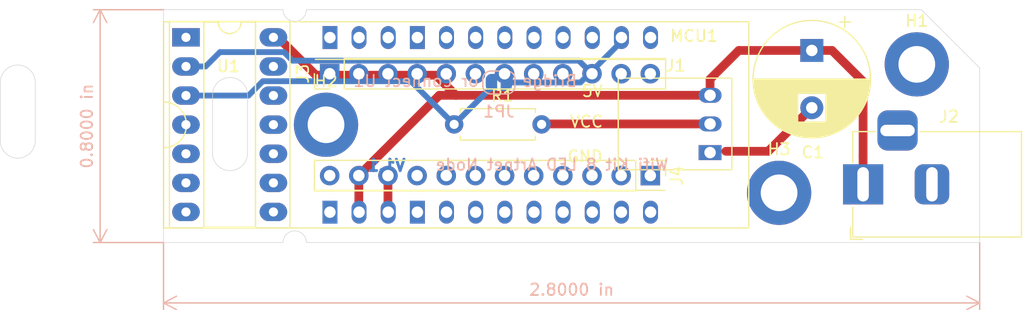
<source format=kicad_pcb>
(kicad_pcb (version 20171130) (host pcbnew "(5.1.4)-1")

  (general
    (thickness 1.6)
    (drawings 22)
    (tracks 43)
    (zones 0)
    (modules 12)
    (nets 28)
  )

  (page A4)
  (layers
    (0 F.Cu signal)
    (31 B.Cu signal)
    (32 B.Adhes user hide)
    (33 F.Adhes user hide)
    (34 B.Paste user hide)
    (35 F.Paste user hide)
    (36 B.SilkS user)
    (37 F.SilkS user)
    (38 B.Mask user)
    (39 F.Mask user)
    (40 Dwgs.User user)
    (41 Cmts.User user)
    (42 Eco1.User user)
    (43 Eco2.User user)
    (44 Edge.Cuts user)
    (45 Margin user)
    (46 B.CrtYd user)
    (47 F.CrtYd user)
    (48 B.Fab user)
    (49 F.Fab user)
  )

  (setup
    (last_trace_width 0.762)
    (user_trace_width 0.254)
    (user_trace_width 0.508)
    (user_trace_width 0.762)
    (trace_clearance 0.2)
    (zone_clearance 0.508)
    (zone_45_only no)
    (trace_min 0.2)
    (via_size 0.8)
    (via_drill 0.4)
    (via_min_size 0.4)
    (via_min_drill 0.3)
    (uvia_size 0.3)
    (uvia_drill 0.1)
    (uvias_allowed no)
    (uvia_min_size 0.2)
    (uvia_min_drill 0.1)
    (edge_width 0.05)
    (segment_width 0.2)
    (pcb_text_width 0.3)
    (pcb_text_size 1.5 1.5)
    (mod_edge_width 0.12)
    (mod_text_size 1 1)
    (mod_text_width 0.15)
    (pad_size 1 0.5)
    (pad_drill 0)
    (pad_to_mask_clearance 0.051)
    (solder_mask_min_width 0.25)
    (aux_axis_origin 0 0)
    (visible_elements 7FFFFFFF)
    (pcbplotparams
      (layerselection 0x010fc_ffffffff)
      (usegerberextensions false)
      (usegerberattributes false)
      (usegerberadvancedattributes false)
      (creategerberjobfile false)
      (excludeedgelayer true)
      (linewidth 0.100000)
      (plotframeref false)
      (viasonmask false)
      (mode 1)
      (useauxorigin false)
      (hpglpennumber 1)
      (hpglpenspeed 20)
      (hpglpendiameter 15.000000)
      (psnegative false)
      (psa4output false)
      (plotreference true)
      (plotvalue true)
      (plotinvisibletext false)
      (padsonsilk false)
      (subtractmaskfromsilk false)
      (outputformat 4)
      (mirror false)
      (drillshape 0)
      (scaleselection 1)
      (outputdirectory "../"))
  )

  (net 0 "")
  (net 1 "Net-(J1-Pad2)")
  (net 2 "Net-(JP1-Pad1)")
  (net 3 /2)
  (net 4 /1)
  (net 5 GND)
  (net 6 /9)
  (net 7 /14)
  (net 8 /5)
  (net 9 /25)
  (net 10 /26)
  (net 11 /24)
  (net 12 /18)
  (net 13 /17)
  (net 14 /19)
  (net 15 /20)
  (net 16 /21)
  (net 17 /7)
  (net 18 /3)
  (net 19 /4)
  (net 20 /16)
  (net 21 /15)
  (net 22 /13)
  (net 23 /12)
  (net 24 /10)
  (net 25 /6)
  (net 26 /8)
  (net 27 /11)

  (net_class Default "This is the default net class."
    (clearance 0.2)
    (trace_width 0.25)
    (via_dia 0.8)
    (via_drill 0.4)
    (uvia_dia 0.3)
    (uvia_drill 0.1)
    (add_net /1)
    (add_net /10)
    (add_net /11)
    (add_net /12)
    (add_net /13)
    (add_net /14)
    (add_net /15)
    (add_net /16)
    (add_net /17)
    (add_net /18)
    (add_net /19)
    (add_net /2)
    (add_net /20)
    (add_net /21)
    (add_net /24)
    (add_net /25)
    (add_net /26)
    (add_net /3)
    (add_net /4)
    (add_net /5)
    (add_net /6)
    (add_net /7)
    (add_net /8)
    (add_net /9)
    (add_net GND)
    (add_net "Net-(J1-Pad2)")
    (add_net "Net-(JP1-Pad1)")
  )

  (module Connector_PinHeader_2.54mm:PinHeader_1x12_P2.54mm_Vertical (layer F.Cu) (tedit 59FED5CC) (tstamp 5DD56D2C)
    (at 202.438 74.168 270)
    (descr "Through hole straight pin header, 1x12, 2.54mm pitch, single row")
    (tags "Through hole pin header THT 1x12 2.54mm single row")
    (path /5DD57026)
    (fp_text reference J4 (at 0 -2.33 90) (layer F.SilkS)
      (effects (font (size 1 1) (thickness 0.15)))
    )
    (fp_text value Conn_01x12 (at 0 30.27 90) (layer F.Fab)
      (effects (font (size 1 1) (thickness 0.15)))
    )
    (fp_text user %R (at 0 13.97) (layer F.Fab)
      (effects (font (size 1 1) (thickness 0.15)))
    )
    (fp_line (start 1.8 -1.8) (end -1.8 -1.8) (layer F.CrtYd) (width 0.05))
    (fp_line (start 1.8 29.75) (end 1.8 -1.8) (layer F.CrtYd) (width 0.05))
    (fp_line (start -1.8 29.75) (end 1.8 29.75) (layer F.CrtYd) (width 0.05))
    (fp_line (start -1.8 -1.8) (end -1.8 29.75) (layer F.CrtYd) (width 0.05))
    (fp_line (start -1.33 -1.33) (end 0 -1.33) (layer F.SilkS) (width 0.12))
    (fp_line (start -1.33 0) (end -1.33 -1.33) (layer F.SilkS) (width 0.12))
    (fp_line (start -1.33 1.27) (end 1.33 1.27) (layer F.SilkS) (width 0.12))
    (fp_line (start 1.33 1.27) (end 1.33 29.27) (layer F.SilkS) (width 0.12))
    (fp_line (start -1.33 1.27) (end -1.33 29.27) (layer F.SilkS) (width 0.12))
    (fp_line (start -1.33 29.27) (end 1.33 29.27) (layer F.SilkS) (width 0.12))
    (fp_line (start -1.27 -0.635) (end -0.635 -1.27) (layer F.Fab) (width 0.1))
    (fp_line (start -1.27 29.21) (end -1.27 -0.635) (layer F.Fab) (width 0.1))
    (fp_line (start 1.27 29.21) (end -1.27 29.21) (layer F.Fab) (width 0.1))
    (fp_line (start 1.27 -1.27) (end 1.27 29.21) (layer F.Fab) (width 0.1))
    (fp_line (start -0.635 -1.27) (end 1.27 -1.27) (layer F.Fab) (width 0.1))
    (pad 12 thru_hole oval (at 0 27.94 270) (size 1.7 1.7) (drill 1) (layers *.Cu *.Mask)
      (net 4 /1))
    (pad 11 thru_hole oval (at 0 25.4 270) (size 1.7 1.7) (drill 1) (layers *.Cu *.Mask)
      (net 3 /2))
    (pad 10 thru_hole oval (at 0 22.86 270) (size 1.7 1.7) (drill 1) (layers *.Cu *.Mask)
      (net 18 /3))
    (pad 9 thru_hole oval (at 0 20.32 270) (size 1.7 1.7) (drill 1) (layers *.Cu *.Mask)
      (net 19 /4))
    (pad 8 thru_hole oval (at 0 17.78 270) (size 1.7 1.7) (drill 1) (layers *.Cu *.Mask)
      (net 20 /16))
    (pad 7 thru_hole oval (at 0 15.24 270) (size 1.7 1.7) (drill 1) (layers *.Cu *.Mask)
      (net 21 /15))
    (pad 6 thru_hole oval (at 0 12.7 270) (size 1.7 1.7) (drill 1) (layers *.Cu *.Mask)
      (net 22 /13))
    (pad 5 thru_hole oval (at 0 10.16 270) (size 1.7 1.7) (drill 1) (layers *.Cu *.Mask)
      (net 23 /12))
    (pad 4 thru_hole oval (at 0 7.62 270) (size 1.7 1.7) (drill 1) (layers *.Cu *.Mask)
      (net 24 /10))
    (pad 3 thru_hole oval (at 0 5.08 270) (size 1.7 1.7) (drill 1) (layers *.Cu *.Mask)
      (net 25 /6))
    (pad 2 thru_hole oval (at 0 2.54 270) (size 1.7 1.7) (drill 1) (layers *.Cu *.Mask)
      (net 26 /8))
    (pad 1 thru_hole rect (at 0 0 270) (size 1.7 1.7) (drill 1) (layers *.Cu *.Mask)
      (net 27 /11))
    (model ${KISYS3DMOD}/Connector_PinHeader_2.54mm.3dshapes/PinHeader_1x12_P2.54mm_Vertical.wrl
      (at (xyz 0 0 0))
      (scale (xyz 1 1 1))
      (rotate (xyz 0 0 0))
    )
  )

  (module Connector_PinHeader_2.54mm:PinHeader_1x12_P2.54mm_Vertical (layer F.Cu) (tedit 59FED5CC) (tstamp 5DD56D0C)
    (at 174.498 65.278 90)
    (descr "Through hole straight pin header, 1x12, 2.54mm pitch, single row")
    (tags "Through hole pin header THT 1x12 2.54mm single row")
    (path /5DD5AB62)
    (fp_text reference J3 (at 0 -2.33 90) (layer F.SilkS)
      (effects (font (size 1 1) (thickness 0.15)))
    )
    (fp_text value Conn_01x12 (at 0 30.27 90) (layer F.Fab)
      (effects (font (size 1 1) (thickness 0.15)))
    )
    (fp_text user %R (at 0 13.97) (layer F.Fab)
      (effects (font (size 1 1) (thickness 0.15)))
    )
    (fp_line (start 1.8 -1.8) (end -1.8 -1.8) (layer F.CrtYd) (width 0.05))
    (fp_line (start 1.8 29.75) (end 1.8 -1.8) (layer F.CrtYd) (width 0.05))
    (fp_line (start -1.8 29.75) (end 1.8 29.75) (layer F.CrtYd) (width 0.05))
    (fp_line (start -1.8 -1.8) (end -1.8 29.75) (layer F.CrtYd) (width 0.05))
    (fp_line (start -1.33 -1.33) (end 0 -1.33) (layer F.SilkS) (width 0.12))
    (fp_line (start -1.33 0) (end -1.33 -1.33) (layer F.SilkS) (width 0.12))
    (fp_line (start -1.33 1.27) (end 1.33 1.27) (layer F.SilkS) (width 0.12))
    (fp_line (start 1.33 1.27) (end 1.33 29.27) (layer F.SilkS) (width 0.12))
    (fp_line (start -1.33 1.27) (end -1.33 29.27) (layer F.SilkS) (width 0.12))
    (fp_line (start -1.33 29.27) (end 1.33 29.27) (layer F.SilkS) (width 0.12))
    (fp_line (start -1.27 -0.635) (end -0.635 -1.27) (layer F.Fab) (width 0.1))
    (fp_line (start -1.27 29.21) (end -1.27 -0.635) (layer F.Fab) (width 0.1))
    (fp_line (start 1.27 29.21) (end -1.27 29.21) (layer F.Fab) (width 0.1))
    (fp_line (start 1.27 -1.27) (end 1.27 29.21) (layer F.Fab) (width 0.1))
    (fp_line (start -0.635 -1.27) (end 1.27 -1.27) (layer F.Fab) (width 0.1))
    (pad 12 thru_hole oval (at 0 27.94 90) (size 1.7 1.7) (drill 1) (layers *.Cu *.Mask)
      (net 6 /9))
    (pad 11 thru_hole oval (at 0 25.4 90) (size 1.7 1.7) (drill 1) (layers *.Cu *.Mask)
      (net 7 /14))
    (pad 10 thru_hole oval (at 0 22.86 90) (size 1.7 1.7) (drill 1) (layers *.Cu *.Mask)
      (net 8 /5))
    (pad 9 thru_hole oval (at 0 20.32 90) (size 1.7 1.7) (drill 1) (layers *.Cu *.Mask)
      (net 9 /25))
    (pad 8 thru_hole oval (at 0 17.78 90) (size 1.7 1.7) (drill 1) (layers *.Cu *.Mask)
      (net 10 /26))
    (pad 7 thru_hole oval (at 0 15.24 90) (size 1.7 1.7) (drill 1) (layers *.Cu *.Mask)
      (net 11 /24))
    (pad 6 thru_hole oval (at 0 12.7 90) (size 1.7 1.7) (drill 1) (layers *.Cu *.Mask)
      (net 12 /18))
    (pad 5 thru_hole oval (at 0 10.16 90) (size 1.7 1.7) (drill 1) (layers *.Cu *.Mask)
      (net 13 /17))
    (pad 4 thru_hole oval (at 0 7.62 90) (size 1.7 1.7) (drill 1) (layers *.Cu *.Mask)
      (net 14 /19))
    (pad 3 thru_hole oval (at 0 5.08 90) (size 1.7 1.7) (drill 1) (layers *.Cu *.Mask)
      (net 15 /20))
    (pad 2 thru_hole oval (at 0 2.54 90) (size 1.7 1.7) (drill 1) (layers *.Cu *.Mask)
      (net 16 /21))
    (pad 1 thru_hole rect (at 0 0 90) (size 1.7 1.7) (drill 1) (layers *.Cu *.Mask)
      (net 17 /7))
    (model ${KISYS3DMOD}/Connector_PinHeader_2.54mm.3dshapes/PinHeader_1x12_P2.54mm_Vertical.wrl
      (at (xyz 0 0 0))
      (scale (xyz 1 1 1))
      (rotate (xyz 0 0 0))
    )
  )

  (module MountingHole:MountingHole_3.2mm_M3_DIN965_Pad (layer F.Cu) (tedit 56D1B4CB) (tstamp 5DD56C86)
    (at 213.66 75.67)
    (descr "Mounting Hole 3.2mm, M3, DIN965")
    (tags "mounting hole 3.2mm m3 din965")
    (path /5DD6A9C8)
    (attr virtual)
    (fp_text reference H3 (at 0 -3.8) (layer F.SilkS)
      (effects (font (size 1 1) (thickness 0.15)))
    )
    (fp_text value MountingHole_Pad (at 0 3.8) (layer F.Fab)
      (effects (font (size 1 1) (thickness 0.15)))
    )
    (fp_circle (center 0 0) (end 3.05 0) (layer F.CrtYd) (width 0.05))
    (fp_circle (center 0 0) (end 2.8 0) (layer Cmts.User) (width 0.15))
    (fp_text user %R (at 0.3 0) (layer F.Fab)
      (effects (font (size 1 1) (thickness 0.15)))
    )
    (pad 1 thru_hole circle (at 0 0) (size 5.6 5.6) (drill 3.2) (layers *.Cu *.Mask)
      (net 5 GND))
  )

  (module MountingHole:MountingHole_3.2mm_M3_DIN965_Pad (layer F.Cu) (tedit 56D1B4CB) (tstamp 5DD5708A)
    (at 174.18 69.73)
    (descr "Mounting Hole 3.2mm, M3, DIN965")
    (tags "mounting hole 3.2mm m3 din965")
    (path /5DD69A5A)
    (attr virtual)
    (fp_text reference H2 (at 0 -3.8) (layer F.SilkS)
      (effects (font (size 1 1) (thickness 0.15)))
    )
    (fp_text value MountingHole_Pad (at 0 3.8) (layer F.Fab)
      (effects (font (size 1 1) (thickness 0.15)))
    )
    (fp_circle (center 0 0) (end 3.05 0) (layer F.CrtYd) (width 0.05))
    (fp_circle (center 0 0) (end 2.8 0) (layer Cmts.User) (width 0.15))
    (fp_text user %R (at 0.3 0) (layer F.Fab)
      (effects (font (size 1 1) (thickness 0.15)))
    )
    (pad 1 thru_hole circle (at 0 0) (size 5.6 5.6) (drill 3.2) (layers *.Cu *.Mask)
      (net 5 GND))
  )

  (module MountingHole:MountingHole_3.2mm_M3_DIN965_Pad (layer F.Cu) (tedit 56D1B4CB) (tstamp 5DD56C76)
    (at 225.66 64.46)
    (descr "Mounting Hole 3.2mm, M3, DIN965")
    (tags "mounting hole 3.2mm m3 din965")
    (path /5DD67206)
    (attr virtual)
    (fp_text reference H1 (at 0 -3.8) (layer F.SilkS)
      (effects (font (size 1 1) (thickness 0.15)))
    )
    (fp_text value MountingHole_Pad (at 0 3.8) (layer F.Fab)
      (effects (font (size 1 1) (thickness 0.15)))
    )
    (fp_circle (center 0 0) (end 3.05 0) (layer F.CrtYd) (width 0.05))
    (fp_circle (center 0 0) (end 2.8 0) (layer Cmts.User) (width 0.15))
    (fp_text user %R (at 0.3 0) (layer F.Fab)
      (effects (font (size 1 1) (thickness 0.15)))
    )
    (pad 1 thru_hole circle (at 0 0) (size 5.6 5.6) (drill 3.2) (layers *.Cu *.Mask)
      (net 5 GND))
  )

  (module Connector_BarrelJack:BarrelJack_Horizontal (layer F.Cu) (tedit 5A1DBF6A) (tstamp 5DC62504)
    (at 220.98 74.93 180)
    (descr "DC Barrel Jack")
    (tags "Power Jack")
    (path /5DC740E6)
    (fp_text reference J2 (at -7.493 5.9055) (layer F.SilkS)
      (effects (font (size 1 1) (thickness 0.15)))
    )
    (fp_text value Barrel_Jack_Switch (at -6.2 -5.5) (layer F.Fab)
      (effects (font (size 1 1) (thickness 0.15)))
    )
    (fp_text user %R (at -3 -2.95) (layer F.Fab)
      (effects (font (size 1 1) (thickness 0.15)))
    )
    (fp_line (start -0.003213 -4.505425) (end 0.8 -3.75) (layer F.Fab) (width 0.1))
    (fp_line (start 1.1 -3.75) (end 1.1 -4.8) (layer F.SilkS) (width 0.12))
    (fp_line (start 0.05 -4.8) (end 1.1 -4.8) (layer F.SilkS) (width 0.12))
    (fp_line (start 1 -4.5) (end 1 -4.75) (layer F.CrtYd) (width 0.05))
    (fp_line (start 1 -4.75) (end -14 -4.75) (layer F.CrtYd) (width 0.05))
    (fp_line (start 1 -4.5) (end 1 -2) (layer F.CrtYd) (width 0.05))
    (fp_line (start 1 -2) (end 2 -2) (layer F.CrtYd) (width 0.05))
    (fp_line (start 2 -2) (end 2 2) (layer F.CrtYd) (width 0.05))
    (fp_line (start 2 2) (end 1 2) (layer F.CrtYd) (width 0.05))
    (fp_line (start 1 2) (end 1 4.75) (layer F.CrtYd) (width 0.05))
    (fp_line (start 1 4.75) (end -1 4.75) (layer F.CrtYd) (width 0.05))
    (fp_line (start -1 4.75) (end -1 6.75) (layer F.CrtYd) (width 0.05))
    (fp_line (start -1 6.75) (end -5 6.75) (layer F.CrtYd) (width 0.05))
    (fp_line (start -5 6.75) (end -5 4.75) (layer F.CrtYd) (width 0.05))
    (fp_line (start -5 4.75) (end -14 4.75) (layer F.CrtYd) (width 0.05))
    (fp_line (start -14 4.75) (end -14 -4.75) (layer F.CrtYd) (width 0.05))
    (fp_line (start -5 4.6) (end -13.8 4.6) (layer F.SilkS) (width 0.12))
    (fp_line (start -13.8 4.6) (end -13.8 -4.6) (layer F.SilkS) (width 0.12))
    (fp_line (start 0.9 1.9) (end 0.9 4.6) (layer F.SilkS) (width 0.12))
    (fp_line (start 0.9 4.6) (end -1 4.6) (layer F.SilkS) (width 0.12))
    (fp_line (start -13.8 -4.6) (end 0.9 -4.6) (layer F.SilkS) (width 0.12))
    (fp_line (start 0.9 -4.6) (end 0.9 -2) (layer F.SilkS) (width 0.12))
    (fp_line (start -10.2 -4.5) (end -10.2 4.5) (layer F.Fab) (width 0.1))
    (fp_line (start -13.7 -4.5) (end -13.7 4.5) (layer F.Fab) (width 0.1))
    (fp_line (start -13.7 4.5) (end 0.8 4.5) (layer F.Fab) (width 0.1))
    (fp_line (start 0.8 4.5) (end 0.8 -3.75) (layer F.Fab) (width 0.1))
    (fp_line (start 0 -4.5) (end -13.7 -4.5) (layer F.Fab) (width 0.1))
    (pad 1 thru_hole rect (at 0 0 180) (size 3.5 3.5) (drill oval 1 3) (layers *.Cu *.Mask)
      (net 3 /2))
    (pad 2 thru_hole roundrect (at -6 0 180) (size 3 3.5) (drill oval 1 3) (layers *.Cu *.Mask) (roundrect_rratio 0.25)
      (net 4 /1))
    (pad 3 thru_hole roundrect (at -3 4.7 180) (size 3.5 3.5) (drill oval 3 1) (layers *.Cu *.Mask) (roundrect_rratio 0.25)
      (net 4 /1))
    (model ${KISYS3DMOD}/Connector_BarrelJack.3dshapes/BarrelJack_Horizontal.wrl
      (at (xyz 0 0 0))
      (scale (xyz 1 1 1))
      (rotate (xyz 0 0 0))
    )
  )

  (module ArtNetNode:Heltec_Wifi_Kit_8 (layer F.Cu) (tedit 5DC577AA) (tstamp 5DC5E522)
    (at 160.02 78.74)
    (path /5DC4EA0E)
    (fp_text reference MCU1 (at 46.228 -16.764) (layer F.SilkS)
      (effects (font (size 1 1) (thickness 0.15)))
    )
    (fp_text value WiFi_Kit_8 (at 29.21 -19.05) (layer F.Fab)
      (effects (font (size 1 1) (thickness 0.15)))
    )
    (fp_line (start 43.71 -14.715) (end 13.23 -14.715) (layer F.SilkS) (width 0.12))
    (fp_line (start 13.23 -3.285) (end 43.71 -3.285) (layer F.SilkS) (width 0.12))
    (fp_line (start 0 0) (end 51 0) (layer F.SilkS) (width 0.12))
    (fp_line (start 0 0) (end 0 -18) (layer F.SilkS) (width 0.12))
    (fp_line (start 0 -18) (end 51 -18) (layer F.SilkS) (width 0.12))
    (fp_line (start 51 0) (end 51 -18) (layer F.SilkS) (width 0.12))
    (fp_arc (start 0 -9) (end 0 -7) (angle -180) (layer F.SilkS) (width 0.12))
    (pad 26 thru_hole oval (at 32.28 -16.62) (size 1.3 2) (drill 1) (layers *.Cu *.Mask)
      (net 10 /26))
    (pad 25 thru_hole oval (at 34.82 -16.62) (size 1.3 2) (drill 1) (layers *.Cu *.Mask)
      (net 9 /25))
    (pad 24 thru_hole oval (at 29.74 -16.62) (size 1.3 2) (drill 1) (layers *.Cu *.Mask)
      (net 11 /24))
    (pad 21 thru_hole oval (at 17.04 -16.62) (size 1.3 2) (drill 1) (layers *.Cu *.Mask)
      (net 16 /21))
    (pad 20 thru_hole oval (at 19.58 -16.62) (size 1.3 2) (drill 1) (layers *.Cu *.Mask)
      (net 15 /20))
    (pad 19 thru_hole rect (at 22.12 -16.62) (size 1.3 2) (drill 1) (layers *.Cu *.Mask)
      (net 14 /19))
    (pad 18 thru_hole oval (at 27.2 -16.62) (size 1.3 2) (drill 1) (layers *.Cu *.Mask)
      (net 12 /18))
    (pad 17 thru_hole oval (at 24.66 -16.62) (size 1.3 2) (drill 1) (layers *.Cu *.Mask)
      (net 13 /17))
    (pad 16 thru_hole oval (at 24.66 -1.38) (size 1.3 2) (drill 1) (layers *.Cu *.Mask)
      (net 20 /16))
    (pad 15 thru_hole oval (at 27.2 -1.38) (size 1.3 2) (drill 1) (layers *.Cu *.Mask)
      (net 21 /15))
    (pad 14 thru_hole oval (at 39.9 -16.62) (size 1.3 2) (drill 1) (layers *.Cu *.Mask)
      (net 7 /14))
    (pad 13 thru_hole oval (at 29.74 -1.38) (size 1.3 2) (drill 1) (layers *.Cu *.Mask)
      (net 22 /13))
    (pad 12 thru_hole oval (at 32.28 -1.38) (size 1.3 2) (drill 1) (layers *.Cu *.Mask)
      (net 23 /12))
    (pad 11 thru_hole oval (at 42.44 -1.38) (size 1.3 2) (drill 1) (layers *.Cu *.Mask)
      (net 27 /11))
    (pad 10 thru_hole oval (at 34.82 -1.38) (size 1.3 2) (drill 1) (layers *.Cu *.Mask)
      (net 24 /10))
    (pad 9 thru_hole oval (at 42.44 -16.62) (size 1.3 2) (drill 1) (layers *.Cu *.Mask)
      (net 6 /9))
    (pad 8 thru_hole oval (at 39.9 -1.38) (size 1.3 2) (drill 1) (layers *.Cu *.Mask)
      (net 26 /8))
    (pad 7 thru_hole rect (at 14.5 -16.62) (size 1.3 2) (drill 1) (layers *.Cu *.Mask)
      (net 17 /7))
    (pad 6 thru_hole oval (at 37.36 -1.38) (size 1.3 2) (drill 1) (layers *.Cu *.Mask)
      (net 25 /6))
    (pad 5 thru_hole oval (at 37.36 -16.62) (size 1.3 2) (drill 1) (layers *.Cu *.Mask)
      (net 8 /5))
    (pad 4 thru_hole rect (at 22.12 -1.38) (size 1.3 2) (drill 1) (layers *.Cu *.Mask)
      (net 19 /4))
    (pad 3 thru_hole oval (at 19.58 -1.38) (size 1.3 2) (drill 1) (layers *.Cu *.Mask)
      (net 18 /3))
    (pad 2 thru_hole oval (at 17.04 -1.38) (size 1.3 2) (drill 1) (layers *.Cu *.Mask)
      (net 3 /2))
    (pad 1 thru_hole rect (at 14.5 -1.38) (size 1.3 2) (drill 1) (layers *.Cu *.Mask)
      (net 4 /1))
  )

  (module Capacitor_THT:CP_Radial_D10.0mm_P5.00mm (layer F.Cu) (tedit 5AE50EF1) (tstamp 5DC5E4CD)
    (at 216.5096 63.246 270)
    (descr "CP, Radial series, Radial, pin pitch=5.00mm, , diameter=10mm, Electrolytic Capacitor")
    (tags "CP Radial series Radial pin pitch 5.00mm  diameter 10mm Electrolytic Capacitor")
    (path /5DC690AB)
    (fp_text reference C1 (at 8.89 -0.0889 180) (layer F.SilkS)
      (effects (font (size 1 1) (thickness 0.15)))
    )
    (fp_text value CP (at 2.5 6.25 90) (layer F.Fab)
      (effects (font (size 1 1) (thickness 0.15)))
    )
    (fp_circle (center 2.5 0) (end 7.5 0) (layer F.Fab) (width 0.1))
    (fp_circle (center 2.5 0) (end 7.62 0) (layer F.SilkS) (width 0.12))
    (fp_circle (center 2.5 0) (end 7.75 0) (layer F.CrtYd) (width 0.05))
    (fp_line (start -1.788861 -2.1875) (end -0.788861 -2.1875) (layer F.Fab) (width 0.1))
    (fp_line (start -1.288861 -2.6875) (end -1.288861 -1.6875) (layer F.Fab) (width 0.1))
    (fp_line (start 2.5 -5.08) (end 2.5 5.08) (layer F.SilkS) (width 0.12))
    (fp_line (start 2.54 -5.08) (end 2.54 5.08) (layer F.SilkS) (width 0.12))
    (fp_line (start 2.58 -5.08) (end 2.58 5.08) (layer F.SilkS) (width 0.12))
    (fp_line (start 2.62 -5.079) (end 2.62 5.079) (layer F.SilkS) (width 0.12))
    (fp_line (start 2.66 -5.078) (end 2.66 5.078) (layer F.SilkS) (width 0.12))
    (fp_line (start 2.7 -5.077) (end 2.7 5.077) (layer F.SilkS) (width 0.12))
    (fp_line (start 2.74 -5.075) (end 2.74 5.075) (layer F.SilkS) (width 0.12))
    (fp_line (start 2.78 -5.073) (end 2.78 5.073) (layer F.SilkS) (width 0.12))
    (fp_line (start 2.82 -5.07) (end 2.82 5.07) (layer F.SilkS) (width 0.12))
    (fp_line (start 2.86 -5.068) (end 2.86 5.068) (layer F.SilkS) (width 0.12))
    (fp_line (start 2.9 -5.065) (end 2.9 5.065) (layer F.SilkS) (width 0.12))
    (fp_line (start 2.94 -5.062) (end 2.94 5.062) (layer F.SilkS) (width 0.12))
    (fp_line (start 2.98 -5.058) (end 2.98 5.058) (layer F.SilkS) (width 0.12))
    (fp_line (start 3.02 -5.054) (end 3.02 5.054) (layer F.SilkS) (width 0.12))
    (fp_line (start 3.06 -5.05) (end 3.06 5.05) (layer F.SilkS) (width 0.12))
    (fp_line (start 3.1 -5.045) (end 3.1 5.045) (layer F.SilkS) (width 0.12))
    (fp_line (start 3.14 -5.04) (end 3.14 5.04) (layer F.SilkS) (width 0.12))
    (fp_line (start 3.18 -5.035) (end 3.18 5.035) (layer F.SilkS) (width 0.12))
    (fp_line (start 3.221 -5.03) (end 3.221 5.03) (layer F.SilkS) (width 0.12))
    (fp_line (start 3.261 -5.024) (end 3.261 5.024) (layer F.SilkS) (width 0.12))
    (fp_line (start 3.301 -5.018) (end 3.301 5.018) (layer F.SilkS) (width 0.12))
    (fp_line (start 3.341 -5.011) (end 3.341 5.011) (layer F.SilkS) (width 0.12))
    (fp_line (start 3.381 -5.004) (end 3.381 5.004) (layer F.SilkS) (width 0.12))
    (fp_line (start 3.421 -4.997) (end 3.421 4.997) (layer F.SilkS) (width 0.12))
    (fp_line (start 3.461 -4.99) (end 3.461 4.99) (layer F.SilkS) (width 0.12))
    (fp_line (start 3.501 -4.982) (end 3.501 4.982) (layer F.SilkS) (width 0.12))
    (fp_line (start 3.541 -4.974) (end 3.541 4.974) (layer F.SilkS) (width 0.12))
    (fp_line (start 3.581 -4.965) (end 3.581 4.965) (layer F.SilkS) (width 0.12))
    (fp_line (start 3.621 -4.956) (end 3.621 4.956) (layer F.SilkS) (width 0.12))
    (fp_line (start 3.661 -4.947) (end 3.661 4.947) (layer F.SilkS) (width 0.12))
    (fp_line (start 3.701 -4.938) (end 3.701 4.938) (layer F.SilkS) (width 0.12))
    (fp_line (start 3.741 -4.928) (end 3.741 4.928) (layer F.SilkS) (width 0.12))
    (fp_line (start 3.781 -4.918) (end 3.781 -1.241) (layer F.SilkS) (width 0.12))
    (fp_line (start 3.781 1.241) (end 3.781 4.918) (layer F.SilkS) (width 0.12))
    (fp_line (start 3.821 -4.907) (end 3.821 -1.241) (layer F.SilkS) (width 0.12))
    (fp_line (start 3.821 1.241) (end 3.821 4.907) (layer F.SilkS) (width 0.12))
    (fp_line (start 3.861 -4.897) (end 3.861 -1.241) (layer F.SilkS) (width 0.12))
    (fp_line (start 3.861 1.241) (end 3.861 4.897) (layer F.SilkS) (width 0.12))
    (fp_line (start 3.901 -4.885) (end 3.901 -1.241) (layer F.SilkS) (width 0.12))
    (fp_line (start 3.901 1.241) (end 3.901 4.885) (layer F.SilkS) (width 0.12))
    (fp_line (start 3.941 -4.874) (end 3.941 -1.241) (layer F.SilkS) (width 0.12))
    (fp_line (start 3.941 1.241) (end 3.941 4.874) (layer F.SilkS) (width 0.12))
    (fp_line (start 3.981 -4.862) (end 3.981 -1.241) (layer F.SilkS) (width 0.12))
    (fp_line (start 3.981 1.241) (end 3.981 4.862) (layer F.SilkS) (width 0.12))
    (fp_line (start 4.021 -4.85) (end 4.021 -1.241) (layer F.SilkS) (width 0.12))
    (fp_line (start 4.021 1.241) (end 4.021 4.85) (layer F.SilkS) (width 0.12))
    (fp_line (start 4.061 -4.837) (end 4.061 -1.241) (layer F.SilkS) (width 0.12))
    (fp_line (start 4.061 1.241) (end 4.061 4.837) (layer F.SilkS) (width 0.12))
    (fp_line (start 4.101 -4.824) (end 4.101 -1.241) (layer F.SilkS) (width 0.12))
    (fp_line (start 4.101 1.241) (end 4.101 4.824) (layer F.SilkS) (width 0.12))
    (fp_line (start 4.141 -4.811) (end 4.141 -1.241) (layer F.SilkS) (width 0.12))
    (fp_line (start 4.141 1.241) (end 4.141 4.811) (layer F.SilkS) (width 0.12))
    (fp_line (start 4.181 -4.797) (end 4.181 -1.241) (layer F.SilkS) (width 0.12))
    (fp_line (start 4.181 1.241) (end 4.181 4.797) (layer F.SilkS) (width 0.12))
    (fp_line (start 4.221 -4.783) (end 4.221 -1.241) (layer F.SilkS) (width 0.12))
    (fp_line (start 4.221 1.241) (end 4.221 4.783) (layer F.SilkS) (width 0.12))
    (fp_line (start 4.261 -4.768) (end 4.261 -1.241) (layer F.SilkS) (width 0.12))
    (fp_line (start 4.261 1.241) (end 4.261 4.768) (layer F.SilkS) (width 0.12))
    (fp_line (start 4.301 -4.754) (end 4.301 -1.241) (layer F.SilkS) (width 0.12))
    (fp_line (start 4.301 1.241) (end 4.301 4.754) (layer F.SilkS) (width 0.12))
    (fp_line (start 4.341 -4.738) (end 4.341 -1.241) (layer F.SilkS) (width 0.12))
    (fp_line (start 4.341 1.241) (end 4.341 4.738) (layer F.SilkS) (width 0.12))
    (fp_line (start 4.381 -4.723) (end 4.381 -1.241) (layer F.SilkS) (width 0.12))
    (fp_line (start 4.381 1.241) (end 4.381 4.723) (layer F.SilkS) (width 0.12))
    (fp_line (start 4.421 -4.707) (end 4.421 -1.241) (layer F.SilkS) (width 0.12))
    (fp_line (start 4.421 1.241) (end 4.421 4.707) (layer F.SilkS) (width 0.12))
    (fp_line (start 4.461 -4.69) (end 4.461 -1.241) (layer F.SilkS) (width 0.12))
    (fp_line (start 4.461 1.241) (end 4.461 4.69) (layer F.SilkS) (width 0.12))
    (fp_line (start 4.501 -4.674) (end 4.501 -1.241) (layer F.SilkS) (width 0.12))
    (fp_line (start 4.501 1.241) (end 4.501 4.674) (layer F.SilkS) (width 0.12))
    (fp_line (start 4.541 -4.657) (end 4.541 -1.241) (layer F.SilkS) (width 0.12))
    (fp_line (start 4.541 1.241) (end 4.541 4.657) (layer F.SilkS) (width 0.12))
    (fp_line (start 4.581 -4.639) (end 4.581 -1.241) (layer F.SilkS) (width 0.12))
    (fp_line (start 4.581 1.241) (end 4.581 4.639) (layer F.SilkS) (width 0.12))
    (fp_line (start 4.621 -4.621) (end 4.621 -1.241) (layer F.SilkS) (width 0.12))
    (fp_line (start 4.621 1.241) (end 4.621 4.621) (layer F.SilkS) (width 0.12))
    (fp_line (start 4.661 -4.603) (end 4.661 -1.241) (layer F.SilkS) (width 0.12))
    (fp_line (start 4.661 1.241) (end 4.661 4.603) (layer F.SilkS) (width 0.12))
    (fp_line (start 4.701 -4.584) (end 4.701 -1.241) (layer F.SilkS) (width 0.12))
    (fp_line (start 4.701 1.241) (end 4.701 4.584) (layer F.SilkS) (width 0.12))
    (fp_line (start 4.741 -4.564) (end 4.741 -1.241) (layer F.SilkS) (width 0.12))
    (fp_line (start 4.741 1.241) (end 4.741 4.564) (layer F.SilkS) (width 0.12))
    (fp_line (start 4.781 -4.545) (end 4.781 -1.241) (layer F.SilkS) (width 0.12))
    (fp_line (start 4.781 1.241) (end 4.781 4.545) (layer F.SilkS) (width 0.12))
    (fp_line (start 4.821 -4.525) (end 4.821 -1.241) (layer F.SilkS) (width 0.12))
    (fp_line (start 4.821 1.241) (end 4.821 4.525) (layer F.SilkS) (width 0.12))
    (fp_line (start 4.861 -4.504) (end 4.861 -1.241) (layer F.SilkS) (width 0.12))
    (fp_line (start 4.861 1.241) (end 4.861 4.504) (layer F.SilkS) (width 0.12))
    (fp_line (start 4.901 -4.483) (end 4.901 -1.241) (layer F.SilkS) (width 0.12))
    (fp_line (start 4.901 1.241) (end 4.901 4.483) (layer F.SilkS) (width 0.12))
    (fp_line (start 4.941 -4.462) (end 4.941 -1.241) (layer F.SilkS) (width 0.12))
    (fp_line (start 4.941 1.241) (end 4.941 4.462) (layer F.SilkS) (width 0.12))
    (fp_line (start 4.981 -4.44) (end 4.981 -1.241) (layer F.SilkS) (width 0.12))
    (fp_line (start 4.981 1.241) (end 4.981 4.44) (layer F.SilkS) (width 0.12))
    (fp_line (start 5.021 -4.417) (end 5.021 -1.241) (layer F.SilkS) (width 0.12))
    (fp_line (start 5.021 1.241) (end 5.021 4.417) (layer F.SilkS) (width 0.12))
    (fp_line (start 5.061 -4.395) (end 5.061 -1.241) (layer F.SilkS) (width 0.12))
    (fp_line (start 5.061 1.241) (end 5.061 4.395) (layer F.SilkS) (width 0.12))
    (fp_line (start 5.101 -4.371) (end 5.101 -1.241) (layer F.SilkS) (width 0.12))
    (fp_line (start 5.101 1.241) (end 5.101 4.371) (layer F.SilkS) (width 0.12))
    (fp_line (start 5.141 -4.347) (end 5.141 -1.241) (layer F.SilkS) (width 0.12))
    (fp_line (start 5.141 1.241) (end 5.141 4.347) (layer F.SilkS) (width 0.12))
    (fp_line (start 5.181 -4.323) (end 5.181 -1.241) (layer F.SilkS) (width 0.12))
    (fp_line (start 5.181 1.241) (end 5.181 4.323) (layer F.SilkS) (width 0.12))
    (fp_line (start 5.221 -4.298) (end 5.221 -1.241) (layer F.SilkS) (width 0.12))
    (fp_line (start 5.221 1.241) (end 5.221 4.298) (layer F.SilkS) (width 0.12))
    (fp_line (start 5.261 -4.273) (end 5.261 -1.241) (layer F.SilkS) (width 0.12))
    (fp_line (start 5.261 1.241) (end 5.261 4.273) (layer F.SilkS) (width 0.12))
    (fp_line (start 5.301 -4.247) (end 5.301 -1.241) (layer F.SilkS) (width 0.12))
    (fp_line (start 5.301 1.241) (end 5.301 4.247) (layer F.SilkS) (width 0.12))
    (fp_line (start 5.341 -4.221) (end 5.341 -1.241) (layer F.SilkS) (width 0.12))
    (fp_line (start 5.341 1.241) (end 5.341 4.221) (layer F.SilkS) (width 0.12))
    (fp_line (start 5.381 -4.194) (end 5.381 -1.241) (layer F.SilkS) (width 0.12))
    (fp_line (start 5.381 1.241) (end 5.381 4.194) (layer F.SilkS) (width 0.12))
    (fp_line (start 5.421 -4.166) (end 5.421 -1.241) (layer F.SilkS) (width 0.12))
    (fp_line (start 5.421 1.241) (end 5.421 4.166) (layer F.SilkS) (width 0.12))
    (fp_line (start 5.461 -4.138) (end 5.461 -1.241) (layer F.SilkS) (width 0.12))
    (fp_line (start 5.461 1.241) (end 5.461 4.138) (layer F.SilkS) (width 0.12))
    (fp_line (start 5.501 -4.11) (end 5.501 -1.241) (layer F.SilkS) (width 0.12))
    (fp_line (start 5.501 1.241) (end 5.501 4.11) (layer F.SilkS) (width 0.12))
    (fp_line (start 5.541 -4.08) (end 5.541 -1.241) (layer F.SilkS) (width 0.12))
    (fp_line (start 5.541 1.241) (end 5.541 4.08) (layer F.SilkS) (width 0.12))
    (fp_line (start 5.581 -4.05) (end 5.581 -1.241) (layer F.SilkS) (width 0.12))
    (fp_line (start 5.581 1.241) (end 5.581 4.05) (layer F.SilkS) (width 0.12))
    (fp_line (start 5.621 -4.02) (end 5.621 -1.241) (layer F.SilkS) (width 0.12))
    (fp_line (start 5.621 1.241) (end 5.621 4.02) (layer F.SilkS) (width 0.12))
    (fp_line (start 5.661 -3.989) (end 5.661 -1.241) (layer F.SilkS) (width 0.12))
    (fp_line (start 5.661 1.241) (end 5.661 3.989) (layer F.SilkS) (width 0.12))
    (fp_line (start 5.701 -3.957) (end 5.701 -1.241) (layer F.SilkS) (width 0.12))
    (fp_line (start 5.701 1.241) (end 5.701 3.957) (layer F.SilkS) (width 0.12))
    (fp_line (start 5.741 -3.925) (end 5.741 -1.241) (layer F.SilkS) (width 0.12))
    (fp_line (start 5.741 1.241) (end 5.741 3.925) (layer F.SilkS) (width 0.12))
    (fp_line (start 5.781 -3.892) (end 5.781 -1.241) (layer F.SilkS) (width 0.12))
    (fp_line (start 5.781 1.241) (end 5.781 3.892) (layer F.SilkS) (width 0.12))
    (fp_line (start 5.821 -3.858) (end 5.821 -1.241) (layer F.SilkS) (width 0.12))
    (fp_line (start 5.821 1.241) (end 5.821 3.858) (layer F.SilkS) (width 0.12))
    (fp_line (start 5.861 -3.824) (end 5.861 -1.241) (layer F.SilkS) (width 0.12))
    (fp_line (start 5.861 1.241) (end 5.861 3.824) (layer F.SilkS) (width 0.12))
    (fp_line (start 5.901 -3.789) (end 5.901 -1.241) (layer F.SilkS) (width 0.12))
    (fp_line (start 5.901 1.241) (end 5.901 3.789) (layer F.SilkS) (width 0.12))
    (fp_line (start 5.941 -3.753) (end 5.941 -1.241) (layer F.SilkS) (width 0.12))
    (fp_line (start 5.941 1.241) (end 5.941 3.753) (layer F.SilkS) (width 0.12))
    (fp_line (start 5.981 -3.716) (end 5.981 -1.241) (layer F.SilkS) (width 0.12))
    (fp_line (start 5.981 1.241) (end 5.981 3.716) (layer F.SilkS) (width 0.12))
    (fp_line (start 6.021 -3.679) (end 6.021 -1.241) (layer F.SilkS) (width 0.12))
    (fp_line (start 6.021 1.241) (end 6.021 3.679) (layer F.SilkS) (width 0.12))
    (fp_line (start 6.061 -3.64) (end 6.061 -1.241) (layer F.SilkS) (width 0.12))
    (fp_line (start 6.061 1.241) (end 6.061 3.64) (layer F.SilkS) (width 0.12))
    (fp_line (start 6.101 -3.601) (end 6.101 -1.241) (layer F.SilkS) (width 0.12))
    (fp_line (start 6.101 1.241) (end 6.101 3.601) (layer F.SilkS) (width 0.12))
    (fp_line (start 6.141 -3.561) (end 6.141 -1.241) (layer F.SilkS) (width 0.12))
    (fp_line (start 6.141 1.241) (end 6.141 3.561) (layer F.SilkS) (width 0.12))
    (fp_line (start 6.181 -3.52) (end 6.181 -1.241) (layer F.SilkS) (width 0.12))
    (fp_line (start 6.181 1.241) (end 6.181 3.52) (layer F.SilkS) (width 0.12))
    (fp_line (start 6.221 -3.478) (end 6.221 -1.241) (layer F.SilkS) (width 0.12))
    (fp_line (start 6.221 1.241) (end 6.221 3.478) (layer F.SilkS) (width 0.12))
    (fp_line (start 6.261 -3.436) (end 6.261 3.436) (layer F.SilkS) (width 0.12))
    (fp_line (start 6.301 -3.392) (end 6.301 3.392) (layer F.SilkS) (width 0.12))
    (fp_line (start 6.341 -3.347) (end 6.341 3.347) (layer F.SilkS) (width 0.12))
    (fp_line (start 6.381 -3.301) (end 6.381 3.301) (layer F.SilkS) (width 0.12))
    (fp_line (start 6.421 -3.254) (end 6.421 3.254) (layer F.SilkS) (width 0.12))
    (fp_line (start 6.461 -3.206) (end 6.461 3.206) (layer F.SilkS) (width 0.12))
    (fp_line (start 6.501 -3.156) (end 6.501 3.156) (layer F.SilkS) (width 0.12))
    (fp_line (start 6.541 -3.106) (end 6.541 3.106) (layer F.SilkS) (width 0.12))
    (fp_line (start 6.581 -3.054) (end 6.581 3.054) (layer F.SilkS) (width 0.12))
    (fp_line (start 6.621 -3) (end 6.621 3) (layer F.SilkS) (width 0.12))
    (fp_line (start 6.661 -2.945) (end 6.661 2.945) (layer F.SilkS) (width 0.12))
    (fp_line (start 6.701 -2.889) (end 6.701 2.889) (layer F.SilkS) (width 0.12))
    (fp_line (start 6.741 -2.83) (end 6.741 2.83) (layer F.SilkS) (width 0.12))
    (fp_line (start 6.781 -2.77) (end 6.781 2.77) (layer F.SilkS) (width 0.12))
    (fp_line (start 6.821 -2.709) (end 6.821 2.709) (layer F.SilkS) (width 0.12))
    (fp_line (start 6.861 -2.645) (end 6.861 2.645) (layer F.SilkS) (width 0.12))
    (fp_line (start 6.901 -2.579) (end 6.901 2.579) (layer F.SilkS) (width 0.12))
    (fp_line (start 6.941 -2.51) (end 6.941 2.51) (layer F.SilkS) (width 0.12))
    (fp_line (start 6.981 -2.439) (end 6.981 2.439) (layer F.SilkS) (width 0.12))
    (fp_line (start 7.021 -2.365) (end 7.021 2.365) (layer F.SilkS) (width 0.12))
    (fp_line (start 7.061 -2.289) (end 7.061 2.289) (layer F.SilkS) (width 0.12))
    (fp_line (start 7.101 -2.209) (end 7.101 2.209) (layer F.SilkS) (width 0.12))
    (fp_line (start 7.141 -2.125) (end 7.141 2.125) (layer F.SilkS) (width 0.12))
    (fp_line (start 7.181 -2.037) (end 7.181 2.037) (layer F.SilkS) (width 0.12))
    (fp_line (start 7.221 -1.944) (end 7.221 1.944) (layer F.SilkS) (width 0.12))
    (fp_line (start 7.261 -1.846) (end 7.261 1.846) (layer F.SilkS) (width 0.12))
    (fp_line (start 7.301 -1.742) (end 7.301 1.742) (layer F.SilkS) (width 0.12))
    (fp_line (start 7.341 -1.63) (end 7.341 1.63) (layer F.SilkS) (width 0.12))
    (fp_line (start 7.381 -1.51) (end 7.381 1.51) (layer F.SilkS) (width 0.12))
    (fp_line (start 7.421 -1.378) (end 7.421 1.378) (layer F.SilkS) (width 0.12))
    (fp_line (start 7.461 -1.23) (end 7.461 1.23) (layer F.SilkS) (width 0.12))
    (fp_line (start 7.501 -1.062) (end 7.501 1.062) (layer F.SilkS) (width 0.12))
    (fp_line (start 7.541 -0.862) (end 7.541 0.862) (layer F.SilkS) (width 0.12))
    (fp_line (start 7.581 -0.599) (end 7.581 0.599) (layer F.SilkS) (width 0.12))
    (fp_line (start -2.979646 -2.875) (end -1.979646 -2.875) (layer F.SilkS) (width 0.12))
    (fp_line (start -2.479646 -3.375) (end -2.479646 -2.375) (layer F.SilkS) (width 0.12))
    (fp_text user %R (at 2.5 0 90) (layer F.Fab)
      (effects (font (size 1 1) (thickness 0.15)))
    )
    (pad 1 thru_hole rect (at 0 0 270) (size 2 2) (drill 1) (layers *.Cu *.Mask)
      (net 3 /2))
    (pad 2 thru_hole circle (at 5 0 270) (size 2 2) (drill 1) (layers *.Cu *.Mask)
      (net 4 /1))
    (model ${KISYS3DMOD}/Capacitor_THT.3dshapes/CP_Radial_D10.0mm_P5.00mm.wrl
      (at (xyz 0 0 0))
      (scale (xyz 1 1 1))
      (rotate (xyz 0 0 0))
    )
  )

  (module ArtNetNode:GRUNDGEHAEUSE_PTSM_0_5__3_HHI_2_5_THR (layer F.Cu) (tedit 5DC570B5) (tstamp 5DC5E4DB)
    (at 204.645 69.6595)
    (path /5DC450C7)
    (fp_text reference J1 (at 0 -5.1) (layer F.SilkS)
      (effects (font (size 1 1) (thickness 0.15)))
    )
    (fp_text value Conn_01x03 (at 1 5.6 180) (layer F.Fab)
      (effects (font (size 1 1) (thickness 0.15)))
    )
    (fp_text user 5V (at -7.2644 -2.8702 180) (layer F.SilkS)
      (effects (font (size 1 1) (thickness 0.15)))
    )
    (fp_text user VCC (at -7.7724 -0.2032 180) (layer F.SilkS)
      (effects (font (size 1 1) (thickness 0.15)))
    )
    (fp_text user GND (at -7.8994 2.8448 180) (layer F.SilkS)
      (effects (font (size 1 1) (thickness 0.15)))
    )
    (fp_line (start 4.9 4) (end 4.9 -4) (layer F.SilkS) (width 0.12))
    (fp_line (start 4.9 4) (end -5 4) (layer F.SilkS) (width 0.12))
    (fp_line (start 4.9 -4) (end -5 -4) (layer F.SilkS) (width 0.12))
    (fp_line (start -5 -4) (end -5 4) (layer F.SilkS) (width 0.12))
    (pad 2 thru_hole oval (at 3 0 270) (size 1.3 2) (drill 1) (layers *.Cu *.Mask)
      (net 1 "Net-(J1-Pad2)"))
    (pad 1 thru_hole oval (at 3 -2.5 270) (size 1.3 2) (drill 1) (layers *.Cu *.Mask)
      (net 3 /2))
    (pad 3 thru_hole rect (at 3 2.5 270) (size 1.3 2) (drill 1) (layers *.Cu *.Mask)
      (net 4 /1))
  )

  (module Resistor_THT:R_Axial_DIN0207_L6.3mm_D2.5mm_P7.62mm_Horizontal (layer F.Cu) (tedit 5AE5139B) (tstamp 5DC64043)
    (at 185.3438 69.6976)
    (descr "Resistor, Axial_DIN0207 series, Axial, Horizontal, pin pitch=7.62mm, 0.25W = 1/4W, length*diameter=6.3*2.5mm^2, http://cdn-reichelt.de/documents/datenblatt/B400/1_4W%23YAG.pdf")
    (tags "Resistor Axial_DIN0207 series Axial Horizontal pin pitch 7.62mm 0.25W = 1/4W length 6.3mm diameter 2.5mm")
    (path /5DC46D07)
    (fp_text reference R1 (at 4.2037 -2.5146) (layer F.SilkS)
      (effects (font (size 1 1) (thickness 0.15)))
    )
    (fp_text value 220 (at 3.81 2.37) (layer F.Fab)
      (effects (font (size 1 1) (thickness 0.15)))
    )
    (fp_line (start 0.66 -1.25) (end 0.66 1.25) (layer F.Fab) (width 0.1))
    (fp_line (start 0.66 1.25) (end 6.96 1.25) (layer F.Fab) (width 0.1))
    (fp_line (start 6.96 1.25) (end 6.96 -1.25) (layer F.Fab) (width 0.1))
    (fp_line (start 6.96 -1.25) (end 0.66 -1.25) (layer F.Fab) (width 0.1))
    (fp_line (start 0 0) (end 0.66 0) (layer F.Fab) (width 0.1))
    (fp_line (start 7.62 0) (end 6.96 0) (layer F.Fab) (width 0.1))
    (fp_line (start 0.54 -1.04) (end 0.54 -1.37) (layer F.SilkS) (width 0.12))
    (fp_line (start 0.54 -1.37) (end 7.08 -1.37) (layer F.SilkS) (width 0.12))
    (fp_line (start 7.08 -1.37) (end 7.08 -1.04) (layer F.SilkS) (width 0.12))
    (fp_line (start 0.54 1.04) (end 0.54 1.37) (layer F.SilkS) (width 0.12))
    (fp_line (start 0.54 1.37) (end 7.08 1.37) (layer F.SilkS) (width 0.12))
    (fp_line (start 7.08 1.37) (end 7.08 1.04) (layer F.SilkS) (width 0.12))
    (fp_line (start -1.05 -1.5) (end -1.05 1.5) (layer F.CrtYd) (width 0.05))
    (fp_line (start -1.05 1.5) (end 8.67 1.5) (layer F.CrtYd) (width 0.05))
    (fp_line (start 8.67 1.5) (end 8.67 -1.5) (layer F.CrtYd) (width 0.05))
    (fp_line (start 8.67 -1.5) (end -1.05 -1.5) (layer F.CrtYd) (width 0.05))
    (fp_text user %R (at 4.208199 -0.191001) (layer F.Fab)
      (effects (font (size 1 1) (thickness 0.15)))
    )
    (pad 1 thru_hole circle (at 0 0) (size 1.6 1.6) (drill 0.8) (layers *.Cu *.Mask)
      (net 2 "Net-(JP1-Pad1)"))
    (pad 2 thru_hole oval (at 7.62 0) (size 1.6 1.6) (drill 0.8) (layers *.Cu *.Mask)
      (net 1 "Net-(J1-Pad2)"))
    (model ${KISYS3DMOD}/Resistor_THT.3dshapes/R_Axial_DIN0207_L6.3mm_D2.5mm_P7.62mm_Horizontal.wrl
      (at (xyz 0 0 0))
      (scale (xyz 1 1 1))
      (rotate (xyz 0 0 0))
    )
  )

  (module Package_DIP:DIP-14_W7.62mm_Socket_LongPads (layer F.Cu) (tedit 5A02E8C5) (tstamp 5DC61B86)
    (at 161.9758 62.103)
    (descr "14-lead though-hole mounted DIP package, row spacing 7.62 mm (300 mils), Socket, LongPads")
    (tags "THT DIP DIL PDIP 2.54mm 7.62mm 300mil Socket LongPads")
    (path /5DC484B8)
    (fp_text reference U1 (at 3.6957 2.51714) (layer F.SilkS)
      (effects (font (size 1 1) (thickness 0.15)))
    )
    (fp_text value 74AHCT125 (at 3.81 17.57) (layer F.Fab)
      (effects (font (size 1 1) (thickness 0.15)))
    )
    (fp_arc (start 3.81 -1.33) (end 2.81 -1.33) (angle -180) (layer F.SilkS) (width 0.12))
    (fp_line (start 1.635 -1.27) (end 6.985 -1.27) (layer F.Fab) (width 0.1))
    (fp_line (start 6.985 -1.27) (end 6.985 16.51) (layer F.Fab) (width 0.1))
    (fp_line (start 6.985 16.51) (end 0.635 16.51) (layer F.Fab) (width 0.1))
    (fp_line (start 0.635 16.51) (end 0.635 -0.27) (layer F.Fab) (width 0.1))
    (fp_line (start 0.635 -0.27) (end 1.635 -1.27) (layer F.Fab) (width 0.1))
    (fp_line (start -1.27 -1.33) (end -1.27 16.57) (layer F.Fab) (width 0.1))
    (fp_line (start -1.27 16.57) (end 8.89 16.57) (layer F.Fab) (width 0.1))
    (fp_line (start 8.89 16.57) (end 8.89 -1.33) (layer F.Fab) (width 0.1))
    (fp_line (start 8.89 -1.33) (end -1.27 -1.33) (layer F.Fab) (width 0.1))
    (fp_line (start 2.81 -1.33) (end 1.56 -1.33) (layer F.SilkS) (width 0.12))
    (fp_line (start 1.56 -1.33) (end 1.56 16.57) (layer F.SilkS) (width 0.12))
    (fp_line (start 1.56 16.57) (end 6.06 16.57) (layer F.SilkS) (width 0.12))
    (fp_line (start 6.06 16.57) (end 6.06 -1.33) (layer F.SilkS) (width 0.12))
    (fp_line (start 6.06 -1.33) (end 4.81 -1.33) (layer F.SilkS) (width 0.12))
    (fp_line (start -1.44 -1.39) (end -1.44 16.63) (layer F.SilkS) (width 0.12))
    (fp_line (start -1.44 16.63) (end 9.06 16.63) (layer F.SilkS) (width 0.12))
    (fp_line (start 9.06 16.63) (end 9.06 -1.39) (layer F.SilkS) (width 0.12))
    (fp_line (start 9.06 -1.39) (end -1.44 -1.39) (layer F.SilkS) (width 0.12))
    (fp_line (start -1.55 -1.6) (end -1.55 16.85) (layer F.CrtYd) (width 0.05))
    (fp_line (start -1.55 16.85) (end 9.15 16.85) (layer F.CrtYd) (width 0.05))
    (fp_line (start 9.15 16.85) (end 9.15 -1.6) (layer F.CrtYd) (width 0.05))
    (fp_line (start 9.15 -1.6) (end -1.55 -1.6) (layer F.CrtYd) (width 0.05))
    (fp_text user %R (at 3.69062 2.51714) (layer F.Fab)
      (effects (font (size 1 1) (thickness 0.15)))
    )
    (pad 1 thru_hole rect (at 0 0) (size 2.4 1.6) (drill 0.8) (layers *.Cu *.Mask)
      (net 4 /1))
    (pad 8 thru_hole oval (at 7.62 15.24) (size 2.4 1.6) (drill 0.8) (layers *.Cu *.Mask))
    (pad 2 thru_hole oval (at 0 2.54) (size 2.4 1.6) (drill 0.8) (layers *.Cu *.Mask)
      (net 7 /14))
    (pad 9 thru_hole oval (at 7.62 12.7) (size 2.4 1.6) (drill 0.8) (layers *.Cu *.Mask))
    (pad 3 thru_hole oval (at 0 5.08) (size 2.4 1.6) (drill 0.8) (layers *.Cu *.Mask)
      (net 2 "Net-(JP1-Pad1)"))
    (pad 10 thru_hole oval (at 7.62 10.16) (size 2.4 1.6) (drill 0.8) (layers *.Cu *.Mask))
    (pad 4 thru_hole oval (at 0 7.62) (size 2.4 1.6) (drill 0.8) (layers *.Cu *.Mask))
    (pad 11 thru_hole oval (at 7.62 7.62) (size 2.4 1.6) (drill 0.8) (layers *.Cu *.Mask))
    (pad 5 thru_hole oval (at 0 10.16) (size 2.4 1.6) (drill 0.8) (layers *.Cu *.Mask))
    (pad 12 thru_hole oval (at 7.62 5.08) (size 2.4 1.6) (drill 0.8) (layers *.Cu *.Mask))
    (pad 6 thru_hole oval (at 0 12.7) (size 2.4 1.6) (drill 0.8) (layers *.Cu *.Mask))
    (pad 13 thru_hole oval (at 7.62 2.54) (size 2.4 1.6) (drill 0.8) (layers *.Cu *.Mask))
    (pad 7 thru_hole oval (at 0 15.24) (size 2.4 1.6) (drill 0.8) (layers *.Cu *.Mask)
      (net 4 /1))
    (pad 14 thru_hole oval (at 7.62 0) (size 2.4 1.6) (drill 0.8) (layers *.Cu *.Mask)
      (net 3 /2))
    (model ${KISYS3DMOD}/Package_DIP.3dshapes/DIP-14_W7.62mm_Socket.wrl
      (at (xyz 0 0 0))
      (scale (xyz 1 1 1))
      (rotate (xyz 0 0 0))
    )
  )

  (module Jumper:SolderJumper-2_P1.3mm_Open_RoundedPad1.0x1.5mm (layer B.Cu) (tedit 5B391E66) (tstamp 5DC62516)
    (at 189.245 66.04)
    (descr "SMD Solder Jumper, 1x1.5mm, rounded Pads, 0.3mm gap, open")
    (tags "solder jumper open")
    (path /5DC7CC19)
    (attr virtual)
    (fp_text reference JP1 (at -0.015 2.54) (layer B.SilkS)
      (effects (font (size 1 1) (thickness 0.15)) (justify mirror))
    )
    (fp_text value Jumper_NO_Small (at 0 -1.9) (layer B.Fab)
      (effects (font (size 1 1) (thickness 0.15)) (justify mirror))
    )
    (fp_arc (start 0.7 0.3) (end 1.4 0.3) (angle 90) (layer B.SilkS) (width 0.12))
    (fp_arc (start 0.7 -0.3) (end 0.7 -1) (angle 90) (layer B.SilkS) (width 0.12))
    (fp_arc (start -0.7 -0.3) (end -1.4 -0.3) (angle 90) (layer B.SilkS) (width 0.12))
    (fp_arc (start -0.7 0.3) (end -0.7 1) (angle 90) (layer B.SilkS) (width 0.12))
    (fp_line (start -1.4 -0.3) (end -1.4 0.3) (layer B.SilkS) (width 0.12))
    (fp_line (start 0.7 -1) (end -0.7 -1) (layer B.SilkS) (width 0.12))
    (fp_line (start 1.4 0.3) (end 1.4 -0.3) (layer B.SilkS) (width 0.12))
    (fp_line (start -0.7 1) (end 0.7 1) (layer B.SilkS) (width 0.12))
    (fp_line (start -1.65 1.25) (end 1.65 1.25) (layer B.CrtYd) (width 0.05))
    (fp_line (start -1.65 1.25) (end -1.65 -1.25) (layer B.CrtYd) (width 0.05))
    (fp_line (start 1.65 -1.25) (end 1.65 1.25) (layer B.CrtYd) (width 0.05))
    (fp_line (start 1.65 -1.25) (end -1.65 -1.25) (layer B.CrtYd) (width 0.05))
    (pad 1 smd custom (at -0.65 0) (size 1 0.5) (layers B.Cu B.Mask)
      (net 2 "Net-(JP1-Pad1)") (zone_connect 2)
      (options (clearance outline) (anchor rect))
      (primitives
        (gr_circle (center 0 -0.25) (end 0.5 -0.25) (width 0))
        (gr_circle (center 0 0.25) (end 0.5 0.25) (width 0))
        (gr_poly (pts
           (xy 0 0.75) (xy 0.5 0.75) (xy 0.5 -0.75) (xy 0 -0.75)) (width 0))
      ))
    (pad 2 smd custom (at 0.65 0) (size 1 0.5) (layers B.Cu B.Mask)
      (net 7 /14) (zone_connect 2)
      (options (clearance outline) (anchor rect))
      (primitives
        (gr_circle (center 0 -0.25) (end 0.5 -0.25) (width 0))
        (gr_circle (center 0 0.25) (end 0.5 0.25) (width 0))
        (gr_poly (pts
           (xy 0 0.75) (xy -0.5 0.75) (xy -0.5 -0.75) (xy 0 -0.75)) (width 0))
      ))
  )

  (gr_line (start 172.466 80.01) (end 231.14 80.01) (layer Edge.Cuts) (width 0.05) (tstamp 5DD571EE))
  (gr_line (start 160.02 80.01) (end 170.434 80.01) (layer Edge.Cuts) (width 0.05) (tstamp 5DD571ED))
  (gr_line (start 170.434 59.69) (end 160.02 59.69) (layer Edge.Cuts) (width 0.05) (tstamp 5DD571E7))
  (gr_line (start 226.06 59.69) (end 172.466 59.69) (layer Edge.Cuts) (width 0.05) (tstamp 5DD571E6))
  (gr_arc (start 171.45 59.69) (end 170.434 59.69) (angle -180) (layer Edge.Cuts) (width 0.05) (tstamp 5DD571DF))
  (gr_arc (start 171.45 80.01) (end 172.466 80.01) (angle -180) (layer Edge.Cuts) (width 0.05))
  (gr_arc (start 165.81374 67.1322) (end 167.33774 67.1322) (angle -180) (layer Edge.Cuts) (width 0.05) (tstamp 5DD5713C))
  (gr_line (start 164.28974 67.1322) (end 164.28974 72.2122) (layer Edge.Cuts) (width 0.05) (tstamp 5DD5713B))
  (gr_line (start 167.33774 67.1322) (end 167.33774 72.2122) (layer Edge.Cuts) (width 0.05) (tstamp 5DD5713A))
  (gr_arc (start 165.81374 72.2122) (end 164.28974 72.2122) (angle -180) (layer Edge.Cuts) (width 0.05) (tstamp 5DD57139))
  (gr_line (start 145.796 66.04) (end 145.796 71.12) (layer Edge.Cuts) (width 0.05) (tstamp 5DD57137))
  (gr_line (start 148.844 66.04) (end 148.844 71.12) (layer Edge.Cuts) (width 0.05) (tstamp 5DD57136))
  (gr_arc (start 147.32 71.12) (end 145.796 71.12) (angle -180) (layer Edge.Cuts) (width 0.05) (tstamp 5DD57128))
  (gr_arc (start 147.32 66.04) (end 148.844 66.04) (angle -180) (layer Edge.Cuts) (width 0.05))
  (dimension 20.32 (width 0.12) (layer B.SilkS)
    (gr_text "20.320 mm" (at 153.2255 69.85 90) (layer B.SilkS)
      (effects (font (size 1 1) (thickness 0.15)))
    )
    (feature1 (pts (xy 160.02 59.69) (xy 153.909079 59.69)))
    (feature2 (pts (xy 160.02 80.01) (xy 153.909079 80.01)))
    (crossbar (pts (xy 154.4955 80.01) (xy 154.4955 59.69)))
    (arrow1a (pts (xy 154.4955 59.69) (xy 155.081921 60.816504)))
    (arrow1b (pts (xy 154.4955 59.69) (xy 153.909079 60.816504)))
    (arrow2a (pts (xy 154.4955 80.01) (xy 155.081921 78.883496)))
    (arrow2b (pts (xy 154.4955 80.01) (xy 153.909079 78.883496)))
  )
  (dimension 71.12 (width 0.12) (layer B.SilkS)
    (gr_text "71.120 mm" (at 195.58 86.5505) (layer B.SilkS)
      (effects (font (size 1 1) (thickness 0.15)))
    )
    (feature1 (pts (xy 231.14 80.01) (xy 231.14 85.866921)))
    (feature2 (pts (xy 160.02 80.01) (xy 160.02 85.866921)))
    (crossbar (pts (xy 160.02 85.2805) (xy 231.14 85.2805)))
    (arrow1a (pts (xy 231.14 85.2805) (xy 230.013496 85.866921)))
    (arrow1b (pts (xy 231.14 85.2805) (xy 230.013496 84.694079)))
    (arrow2a (pts (xy 160.02 85.2805) (xy 161.146504 85.866921)))
    (arrow2b (pts (xy 160.02 85.2805) (xy 161.146504 84.694079)))
  )
  (gr_text "Bridge     or connect U1" (at 186.309 65.913) (layer B.SilkS)
    (effects (font (size 1 1) (thickness 0.15)) (justify mirror))
  )
  (gr_text "V1.1\n" (at 179.451 73.279) (layer B.Cu)
    (effects (font (size 1 1) (thickness 0.25)) (justify mirror))
  )
  (gr_text "Wifi Kit 8 LED Artnet Node" (at 193.8655 73.2155) (layer B.SilkS)
    (effects (font (size 1 1) (thickness 0.15)) (justify mirror))
  )
  (gr_line (start 226.06 59.69) (end 231.14 64.77) (layer Edge.Cuts) (width 0.05) (tstamp 5DC627E6))
  (gr_line (start 231.14 64.77) (end 231.14 80.01) (layer Edge.Cuts) (width 0.05))
  (gr_line (start 160.02 80.01) (end 160.02 59.69) (layer Edge.Cuts) (width 0.05) (tstamp 5DC61BD8))

  (segment (start 220.98 72.418) (end 220.98 74.93) (width 0.762) (layer F.Cu) (net 3))
  (segment (start 220.98 65.9544) (end 220.98 72.418) (width 0.762) (layer F.Cu) (net 3))
  (segment (start 218.2716 63.246) (end 220.98 65.9544) (width 0.762) (layer F.Cu) (net 3))
  (segment (start 216.5096 63.246) (end 218.2716 63.246) (width 0.762) (layer F.Cu) (net 3))
  (segment (start 207.645 65.7475) (end 207.645 67.1595) (width 0.762) (layer F.Cu) (net 3))
  (segment (start 210.1465 63.246) (end 207.645 65.7475) (width 0.762) (layer F.Cu) (net 3))
  (segment (start 216.5096 63.246) (end 210.1465 63.246) (width 0.762) (layer F.Cu) (net 3))
  (segment (start 207.645 67.1595) (end 185.4985 67.1595) (width 0.762) (layer F.Cu) (net 3))
  (segment (start 169.9958 62.103) (end 169.5958 62.103) (width 0.762) (layer F.Cu) (net 3))
  (segment (start 173.2978 65.405) (end 169.9958 62.103) (width 0.762) (layer F.Cu) (net 3))
  (segment (start 183.744 65.405) (end 173.2978 65.405) (width 0.762) (layer F.Cu) (net 3))
  (segment (start 185.4985 67.1595) (end 183.744 65.405) (width 0.762) (layer F.Cu) (net 3))
  (segment (start 209.0194 72.0452) (end 212.7104 72.0452) (width 0.762) (layer F.Cu) (net 4))
  (segment (start 212.7104 72.0452) (end 216.5096 68.246) (width 0.762) (layer F.Cu) (net 4))
  (segment (start 193.1162 69.5452) (end 192.9638 69.6976) (width 0.508) (layer F.Cu) (net 1))
  (segment (start 193.0019 69.6595) (end 192.9638 69.6976) (width 0.762) (layer F.Cu) (net 1))
  (segment (start 207.645 69.6595) (end 193.0019 69.6595) (width 0.762) (layer F.Cu) (net 1))
  (segment (start 184.543801 68.897601) (end 185.3438 69.6976) (width 0.508) (layer B.Cu) (net 2))
  (segment (start 181.57519 65.92899) (end 184.543801 68.897601) (width 0.508) (layer B.Cu) (net 2))
  (segment (start 168.676373 65.92899) (end 181.57519 65.92899) (width 0.508) (layer B.Cu) (net 2))
  (segment (start 167.422363 67.183) (end 168.676373 65.92899) (width 0.508) (layer B.Cu) (net 2))
  (segment (start 161.9758 67.183) (end 167.422363 67.183) (width 0.508) (layer B.Cu) (net 2))
  (segment (start 188.595 66.4464) (end 185.3438 69.6976) (width 0.508) (layer B.Cu) (net 2))
  (segment (start 188.595 66.04) (end 188.595 66.4464) (width 0.508) (layer B.Cu) (net 2))
  (segment (start 184.0465 67.1595) (end 177.038 74.168) (width 0.762) (layer F.Cu) (net 3))
  (segment (start 185.4985 67.1595) (end 184.0465 67.1595) (width 0.762) (layer F.Cu) (net 3))
  (segment (start 177.038 77.338) (end 177.06 77.36) (width 0.762) (layer F.Cu) (net 3))
  (segment (start 177.038 74.168) (end 177.038 77.338) (width 0.762) (layer F.Cu) (net 3))
  (segment (start 162.3758 64.643) (end 161.9758 64.643) (width 0.254) (layer F.Cu) (net 7))
  (segment (start 199.92 62.12) (end 199.92 61.77) (width 0.254) (layer F.Cu) (net 7))
  (segment (start 199.92 62.47) (end 199.92 62.12) (width 0.508) (layer B.Cu) (net 7))
  (segment (start 189.895 66.04) (end 196.35 66.04) (width 0.508) (layer B.Cu) (net 7))
  (segment (start 163.6838 64.643) (end 161.9758 64.643) (width 0.508) (layer B.Cu) (net 7))
  (segment (start 164.93781 63.38899) (end 163.6838 64.643) (width 0.508) (layer B.Cu) (net 7))
  (segment (start 170.515227 63.38899) (end 164.93781 63.38899) (width 0.508) (layer B.Cu) (net 7))
  (segment (start 196.35 66.04) (end 196.9175 65.4725) (width 0.508) (layer B.Cu) (net 7))
  (segment (start 196.215 64.135) (end 197.235 65.155) (width 0.508) (layer B.Cu) (net 7))
  (segment (start 171.261237 64.135) (end 196.215 64.135) (width 0.508) (layer B.Cu) (net 7))
  (segment (start 170.515227 63.38899) (end 171.261237 64.135) (width 0.508) (layer B.Cu) (net 7))
  (segment (start 196.9175 65.4725) (end 197.235 65.155) (width 0.508) (layer B.Cu) (net 7))
  (segment (start 197.235 65.155) (end 199.92 62.47) (width 0.508) (layer B.Cu) (net 7))
  (segment (start 179.578 77.338) (end 179.6 77.36) (width 0.762) (layer F.Cu) (net 18))
  (segment (start 179.578 74.168) (end 179.578 77.338) (width 0.762) (layer F.Cu) (net 18))

)

</source>
